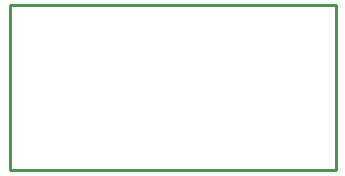
<source format=gbr>
G04 EAGLE Gerber RS-274X export*
G75*
%MOMM*%
%FSLAX34Y34*%
%LPD*%
%IN*%
%IPPOS*%
%AMOC8*
5,1,8,0,0,1.08239X$1,22.5*%
G01*
%ADD10C,0.254000*%


D10*
X-12700Y-12700D02*
X263400Y-12700D01*
X263400Y126900D01*
X-12700Y126900D01*
X-12700Y-12700D01*
M02*

</source>
